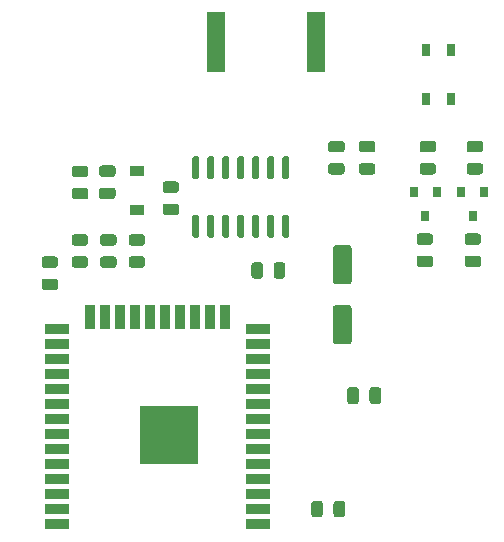
<source format=gtp>
G04 #@! TF.GenerationSoftware,KiCad,Pcbnew,(5.1.9-0-10_14)*
G04 #@! TF.CreationDate,2021-04-14T10:29:31+02:00*
G04 #@! TF.ProjectId,ithowifi_4l,6974686f-7769-4666-995f-346c2e6b6963,rev?*
G04 #@! TF.SameCoordinates,Original*
G04 #@! TF.FileFunction,Paste,Top*
G04 #@! TF.FilePolarity,Positive*
%FSLAX46Y46*%
G04 Gerber Fmt 4.6, Leading zero omitted, Abs format (unit mm)*
G04 Created by KiCad (PCBNEW (5.1.9-0-10_14)) date 2021-04-14 10:29:31*
%MOMM*%
%LPD*%
G01*
G04 APERTURE LIST*
%ADD10R,0.650000X1.050000*%
%ADD11R,2.000000X0.900000*%
%ADD12R,0.900000X2.000000*%
%ADD13R,5.000000X5.000000*%
%ADD14R,1.200000X0.900000*%
%ADD15R,1.500000X5.080000*%
%ADD16R,0.800000X0.900000*%
G04 APERTURE END LIST*
G36*
G01*
X113032000Y-137293000D02*
X113032000Y-138243000D01*
G75*
G02*
X112782000Y-138493000I-250000J0D01*
G01*
X112282000Y-138493000D01*
G75*
G02*
X112032000Y-138243000I0J250000D01*
G01*
X112032000Y-137293000D01*
G75*
G02*
X112282000Y-137043000I250000J0D01*
G01*
X112782000Y-137043000D01*
G75*
G02*
X113032000Y-137293000I0J-250000D01*
G01*
G37*
G36*
G01*
X114932000Y-137293000D02*
X114932000Y-138243000D01*
G75*
G02*
X114682000Y-138493000I-250000J0D01*
G01*
X114182000Y-138493000D01*
G75*
G02*
X113932000Y-138243000I0J250000D01*
G01*
X113932000Y-137293000D01*
G75*
G02*
X114182000Y-137043000I250000J0D01*
G01*
X114682000Y-137043000D01*
G75*
G02*
X114932000Y-137293000I0J-250000D01*
G01*
G37*
D10*
X120832000Y-108468000D03*
X120832000Y-112618000D03*
X118682000Y-108468000D03*
X118682000Y-112618000D03*
G36*
G01*
X112182000Y-128355500D02*
X111082000Y-128355500D01*
G75*
G02*
X110832000Y-128105500I0J250000D01*
G01*
X110832000Y-125280500D01*
G75*
G02*
X111082000Y-125030500I250000J0D01*
G01*
X112182000Y-125030500D01*
G75*
G02*
X112432000Y-125280500I0J-250000D01*
G01*
X112432000Y-128105500D01*
G75*
G02*
X112182000Y-128355500I-250000J0D01*
G01*
G37*
G36*
G01*
X112182000Y-133430500D02*
X111082000Y-133430500D01*
G75*
G02*
X110832000Y-133180500I0J250000D01*
G01*
X110832000Y-130355500D01*
G75*
G02*
X111082000Y-130105500I250000J0D01*
G01*
X112182000Y-130105500D01*
G75*
G02*
X112432000Y-130355500I0J-250000D01*
G01*
X112432000Y-133180500D01*
G75*
G02*
X112182000Y-133430500I-250000J0D01*
G01*
G37*
G36*
G01*
X99372600Y-124416000D02*
X99072600Y-124416000D01*
G75*
G02*
X98922600Y-124266000I0J150000D01*
G01*
X98922600Y-122616000D01*
G75*
G02*
X99072600Y-122466000I150000J0D01*
G01*
X99372600Y-122466000D01*
G75*
G02*
X99522600Y-122616000I0J-150000D01*
G01*
X99522600Y-124266000D01*
G75*
G02*
X99372600Y-124416000I-150000J0D01*
G01*
G37*
G36*
G01*
X100642600Y-124416000D02*
X100342600Y-124416000D01*
G75*
G02*
X100192600Y-124266000I0J150000D01*
G01*
X100192600Y-122616000D01*
G75*
G02*
X100342600Y-122466000I150000J0D01*
G01*
X100642600Y-122466000D01*
G75*
G02*
X100792600Y-122616000I0J-150000D01*
G01*
X100792600Y-124266000D01*
G75*
G02*
X100642600Y-124416000I-150000J0D01*
G01*
G37*
G36*
G01*
X101912600Y-124416000D02*
X101612600Y-124416000D01*
G75*
G02*
X101462600Y-124266000I0J150000D01*
G01*
X101462600Y-122616000D01*
G75*
G02*
X101612600Y-122466000I150000J0D01*
G01*
X101912600Y-122466000D01*
G75*
G02*
X102062600Y-122616000I0J-150000D01*
G01*
X102062600Y-124266000D01*
G75*
G02*
X101912600Y-124416000I-150000J0D01*
G01*
G37*
G36*
G01*
X103182600Y-124416000D02*
X102882600Y-124416000D01*
G75*
G02*
X102732600Y-124266000I0J150000D01*
G01*
X102732600Y-122616000D01*
G75*
G02*
X102882600Y-122466000I150000J0D01*
G01*
X103182600Y-122466000D01*
G75*
G02*
X103332600Y-122616000I0J-150000D01*
G01*
X103332600Y-124266000D01*
G75*
G02*
X103182600Y-124416000I-150000J0D01*
G01*
G37*
G36*
G01*
X104452600Y-124416000D02*
X104152600Y-124416000D01*
G75*
G02*
X104002600Y-124266000I0J150000D01*
G01*
X104002600Y-122616000D01*
G75*
G02*
X104152600Y-122466000I150000J0D01*
G01*
X104452600Y-122466000D01*
G75*
G02*
X104602600Y-122616000I0J-150000D01*
G01*
X104602600Y-124266000D01*
G75*
G02*
X104452600Y-124416000I-150000J0D01*
G01*
G37*
G36*
G01*
X105722600Y-124416000D02*
X105422600Y-124416000D01*
G75*
G02*
X105272600Y-124266000I0J150000D01*
G01*
X105272600Y-122616000D01*
G75*
G02*
X105422600Y-122466000I150000J0D01*
G01*
X105722600Y-122466000D01*
G75*
G02*
X105872600Y-122616000I0J-150000D01*
G01*
X105872600Y-124266000D01*
G75*
G02*
X105722600Y-124416000I-150000J0D01*
G01*
G37*
G36*
G01*
X106992600Y-124416000D02*
X106692600Y-124416000D01*
G75*
G02*
X106542600Y-124266000I0J150000D01*
G01*
X106542600Y-122616000D01*
G75*
G02*
X106692600Y-122466000I150000J0D01*
G01*
X106992600Y-122466000D01*
G75*
G02*
X107142600Y-122616000I0J-150000D01*
G01*
X107142600Y-124266000D01*
G75*
G02*
X106992600Y-124416000I-150000J0D01*
G01*
G37*
G36*
G01*
X106992600Y-119466000D02*
X106692600Y-119466000D01*
G75*
G02*
X106542600Y-119316000I0J150000D01*
G01*
X106542600Y-117666000D01*
G75*
G02*
X106692600Y-117516000I150000J0D01*
G01*
X106992600Y-117516000D01*
G75*
G02*
X107142600Y-117666000I0J-150000D01*
G01*
X107142600Y-119316000D01*
G75*
G02*
X106992600Y-119466000I-150000J0D01*
G01*
G37*
G36*
G01*
X105722600Y-119466000D02*
X105422600Y-119466000D01*
G75*
G02*
X105272600Y-119316000I0J150000D01*
G01*
X105272600Y-117666000D01*
G75*
G02*
X105422600Y-117516000I150000J0D01*
G01*
X105722600Y-117516000D01*
G75*
G02*
X105872600Y-117666000I0J-150000D01*
G01*
X105872600Y-119316000D01*
G75*
G02*
X105722600Y-119466000I-150000J0D01*
G01*
G37*
G36*
G01*
X104452600Y-119466000D02*
X104152600Y-119466000D01*
G75*
G02*
X104002600Y-119316000I0J150000D01*
G01*
X104002600Y-117666000D01*
G75*
G02*
X104152600Y-117516000I150000J0D01*
G01*
X104452600Y-117516000D01*
G75*
G02*
X104602600Y-117666000I0J-150000D01*
G01*
X104602600Y-119316000D01*
G75*
G02*
X104452600Y-119466000I-150000J0D01*
G01*
G37*
G36*
G01*
X103182600Y-119466000D02*
X102882600Y-119466000D01*
G75*
G02*
X102732600Y-119316000I0J150000D01*
G01*
X102732600Y-117666000D01*
G75*
G02*
X102882600Y-117516000I150000J0D01*
G01*
X103182600Y-117516000D01*
G75*
G02*
X103332600Y-117666000I0J-150000D01*
G01*
X103332600Y-119316000D01*
G75*
G02*
X103182600Y-119466000I-150000J0D01*
G01*
G37*
G36*
G01*
X101912600Y-119466000D02*
X101612600Y-119466000D01*
G75*
G02*
X101462600Y-119316000I0J150000D01*
G01*
X101462600Y-117666000D01*
G75*
G02*
X101612600Y-117516000I150000J0D01*
G01*
X101912600Y-117516000D01*
G75*
G02*
X102062600Y-117666000I0J-150000D01*
G01*
X102062600Y-119316000D01*
G75*
G02*
X101912600Y-119466000I-150000J0D01*
G01*
G37*
G36*
G01*
X100642600Y-119466000D02*
X100342600Y-119466000D01*
G75*
G02*
X100192600Y-119316000I0J150000D01*
G01*
X100192600Y-117666000D01*
G75*
G02*
X100342600Y-117516000I150000J0D01*
G01*
X100642600Y-117516000D01*
G75*
G02*
X100792600Y-117666000I0J-150000D01*
G01*
X100792600Y-119316000D01*
G75*
G02*
X100642600Y-119466000I-150000J0D01*
G01*
G37*
G36*
G01*
X99372600Y-119466000D02*
X99072600Y-119466000D01*
G75*
G02*
X98922600Y-119316000I0J150000D01*
G01*
X98922600Y-117666000D01*
G75*
G02*
X99072600Y-117516000I150000J0D01*
G01*
X99372600Y-117516000D01*
G75*
G02*
X99522600Y-117666000I0J-150000D01*
G01*
X99522600Y-119316000D01*
G75*
G02*
X99372600Y-119466000I-150000J0D01*
G01*
G37*
D11*
X87477600Y-148615400D03*
X87477600Y-147345400D03*
X87477600Y-146075400D03*
X87477600Y-144805400D03*
X87477600Y-143535400D03*
X87477600Y-142265400D03*
X87477600Y-140995400D03*
X87477600Y-139725400D03*
X87477600Y-138455400D03*
X87477600Y-137185400D03*
X87477600Y-135915400D03*
X87477600Y-134645400D03*
X87477600Y-133375400D03*
X87477600Y-132105400D03*
D12*
X90262600Y-131105400D03*
X91532600Y-131105400D03*
X92802600Y-131105400D03*
X94072600Y-131105400D03*
X95342600Y-131105400D03*
X96612600Y-131105400D03*
X97882600Y-131105400D03*
X99152600Y-131105400D03*
X100422600Y-131105400D03*
X101692600Y-131105400D03*
D11*
X104477600Y-132105400D03*
X104477600Y-133375400D03*
X104477600Y-134645400D03*
X104477600Y-135915400D03*
X104477600Y-137185400D03*
X104477600Y-138455400D03*
X104477600Y-139725400D03*
X104477600Y-140995400D03*
X104477600Y-142265400D03*
X104477600Y-143535400D03*
X104477600Y-144805400D03*
X104477600Y-146075400D03*
X104477600Y-147345400D03*
X104477600Y-148615400D03*
D13*
X96977600Y-141115400D03*
G36*
G01*
X105819500Y-127624250D02*
X105819500Y-126711750D01*
G75*
G02*
X106063250Y-126468000I243750J0D01*
G01*
X106550750Y-126468000D01*
G75*
G02*
X106794500Y-126711750I0J-243750D01*
G01*
X106794500Y-127624250D01*
G75*
G02*
X106550750Y-127868000I-243750J0D01*
G01*
X106063250Y-127868000D01*
G75*
G02*
X105819500Y-127624250I0J243750D01*
G01*
G37*
G36*
G01*
X103944500Y-127624250D02*
X103944500Y-126711750D01*
G75*
G02*
X104188250Y-126468000I243750J0D01*
G01*
X104675750Y-126468000D01*
G75*
G02*
X104919500Y-126711750I0J-243750D01*
G01*
X104919500Y-127624250D01*
G75*
G02*
X104675750Y-127868000I-243750J0D01*
G01*
X104188250Y-127868000D01*
G75*
G02*
X103944500Y-127624250I0J243750D01*
G01*
G37*
G36*
G01*
X87324250Y-126954100D02*
X86411750Y-126954100D01*
G75*
G02*
X86168000Y-126710350I0J243750D01*
G01*
X86168000Y-126222850D01*
G75*
G02*
X86411750Y-125979100I243750J0D01*
G01*
X87324250Y-125979100D01*
G75*
G02*
X87568000Y-126222850I0J-243750D01*
G01*
X87568000Y-126710350D01*
G75*
G02*
X87324250Y-126954100I-243750J0D01*
G01*
G37*
G36*
G01*
X87324250Y-128829100D02*
X86411750Y-128829100D01*
G75*
G02*
X86168000Y-128585350I0J243750D01*
G01*
X86168000Y-128097850D01*
G75*
G02*
X86411750Y-127854100I243750J0D01*
G01*
X87324250Y-127854100D01*
G75*
G02*
X87568000Y-128097850I0J-243750D01*
G01*
X87568000Y-128585350D01*
G75*
G02*
X87324250Y-128829100I-243750J0D01*
G01*
G37*
G36*
G01*
X88951750Y-125974500D02*
X89864250Y-125974500D01*
G75*
G02*
X90108000Y-126218250I0J-243750D01*
G01*
X90108000Y-126705750D01*
G75*
G02*
X89864250Y-126949500I-243750J0D01*
G01*
X88951750Y-126949500D01*
G75*
G02*
X88708000Y-126705750I0J243750D01*
G01*
X88708000Y-126218250D01*
G75*
G02*
X88951750Y-125974500I243750J0D01*
G01*
G37*
G36*
G01*
X88951750Y-124099500D02*
X89864250Y-124099500D01*
G75*
G02*
X90108000Y-124343250I0J-243750D01*
G01*
X90108000Y-124830750D01*
G75*
G02*
X89864250Y-125074500I-243750J0D01*
G01*
X88951750Y-125074500D01*
G75*
G02*
X88708000Y-124830750I0J243750D01*
G01*
X88708000Y-124343250D01*
G75*
G02*
X88951750Y-124099500I243750J0D01*
G01*
G37*
G36*
G01*
X94690250Y-125074500D02*
X93777750Y-125074500D01*
G75*
G02*
X93534000Y-124830750I0J243750D01*
G01*
X93534000Y-124343250D01*
G75*
G02*
X93777750Y-124099500I243750J0D01*
G01*
X94690250Y-124099500D01*
G75*
G02*
X94934000Y-124343250I0J-243750D01*
G01*
X94934000Y-124830750D01*
G75*
G02*
X94690250Y-125074500I-243750J0D01*
G01*
G37*
G36*
G01*
X94690250Y-126949500D02*
X93777750Y-126949500D01*
G75*
G02*
X93534000Y-126705750I0J243750D01*
G01*
X93534000Y-126218250D01*
G75*
G02*
X93777750Y-125974500I243750J0D01*
G01*
X94690250Y-125974500D01*
G75*
G02*
X94934000Y-126218250I0J-243750D01*
G01*
X94934000Y-126705750D01*
G75*
G02*
X94690250Y-126949500I-243750J0D01*
G01*
G37*
G36*
G01*
X89888250Y-119280500D02*
X88975750Y-119280500D01*
G75*
G02*
X88732000Y-119036750I0J243750D01*
G01*
X88732000Y-118549250D01*
G75*
G02*
X88975750Y-118305500I243750J0D01*
G01*
X89888250Y-118305500D01*
G75*
G02*
X90132000Y-118549250I0J-243750D01*
G01*
X90132000Y-119036750D01*
G75*
G02*
X89888250Y-119280500I-243750J0D01*
G01*
G37*
G36*
G01*
X89888250Y-121155500D02*
X88975750Y-121155500D01*
G75*
G02*
X88732000Y-120911750I0J243750D01*
G01*
X88732000Y-120424250D01*
G75*
G02*
X88975750Y-120180500I243750J0D01*
G01*
X89888250Y-120180500D01*
G75*
G02*
X90132000Y-120424250I0J-243750D01*
G01*
X90132000Y-120911750D01*
G75*
G02*
X89888250Y-121155500I-243750J0D01*
G01*
G37*
D14*
X94232000Y-122068000D03*
X94232000Y-118768000D03*
G36*
G01*
X110886900Y-147827050D02*
X110886900Y-146914550D01*
G75*
G02*
X111130650Y-146670800I243750J0D01*
G01*
X111618150Y-146670800D01*
G75*
G02*
X111861900Y-146914550I0J-243750D01*
G01*
X111861900Y-147827050D01*
G75*
G02*
X111618150Y-148070800I-243750J0D01*
G01*
X111130650Y-148070800D01*
G75*
G02*
X110886900Y-147827050I0J243750D01*
G01*
G37*
G36*
G01*
X109011900Y-147827050D02*
X109011900Y-146914550D01*
G75*
G02*
X109255650Y-146670800I243750J0D01*
G01*
X109743150Y-146670800D01*
G75*
G02*
X109986900Y-146914550I0J-243750D01*
G01*
X109986900Y-147827050D01*
G75*
G02*
X109743150Y-148070800I-243750J0D01*
G01*
X109255650Y-148070800D01*
G75*
G02*
X109011900Y-147827050I0J243750D01*
G01*
G37*
G36*
G01*
X92188250Y-119255500D02*
X91275750Y-119255500D01*
G75*
G02*
X91032000Y-119011750I0J243750D01*
G01*
X91032000Y-118524250D01*
G75*
G02*
X91275750Y-118280500I243750J0D01*
G01*
X92188250Y-118280500D01*
G75*
G02*
X92432000Y-118524250I0J-243750D01*
G01*
X92432000Y-119011750D01*
G75*
G02*
X92188250Y-119255500I-243750J0D01*
G01*
G37*
G36*
G01*
X92188250Y-121130500D02*
X91275750Y-121130500D01*
G75*
G02*
X91032000Y-120886750I0J243750D01*
G01*
X91032000Y-120399250D01*
G75*
G02*
X91275750Y-120155500I243750J0D01*
G01*
X92188250Y-120155500D01*
G75*
G02*
X92432000Y-120399250I0J-243750D01*
G01*
X92432000Y-120886750D01*
G75*
G02*
X92188250Y-121130500I-243750J0D01*
G01*
G37*
D15*
X100931400Y-107848400D03*
X109431400Y-107848400D03*
G36*
G01*
X110675750Y-118080500D02*
X111588250Y-118080500D01*
G75*
G02*
X111832000Y-118324250I0J-243750D01*
G01*
X111832000Y-118811750D01*
G75*
G02*
X111588250Y-119055500I-243750J0D01*
G01*
X110675750Y-119055500D01*
G75*
G02*
X110432000Y-118811750I0J243750D01*
G01*
X110432000Y-118324250D01*
G75*
G02*
X110675750Y-118080500I243750J0D01*
G01*
G37*
G36*
G01*
X110675750Y-116205500D02*
X111588250Y-116205500D01*
G75*
G02*
X111832000Y-116449250I0J-243750D01*
G01*
X111832000Y-116936750D01*
G75*
G02*
X111588250Y-117180500I-243750J0D01*
G01*
X110675750Y-117180500D01*
G75*
G02*
X110432000Y-116936750I0J243750D01*
G01*
X110432000Y-116449250D01*
G75*
G02*
X110675750Y-116205500I243750J0D01*
G01*
G37*
G36*
G01*
X92277250Y-126949500D02*
X91364750Y-126949500D01*
G75*
G02*
X91121000Y-126705750I0J243750D01*
G01*
X91121000Y-126218250D01*
G75*
G02*
X91364750Y-125974500I243750J0D01*
G01*
X92277250Y-125974500D01*
G75*
G02*
X92521000Y-126218250I0J-243750D01*
G01*
X92521000Y-126705750D01*
G75*
G02*
X92277250Y-126949500I-243750J0D01*
G01*
G37*
G36*
G01*
X92277250Y-125074500D02*
X91364750Y-125074500D01*
G75*
G02*
X91121000Y-124830750I0J243750D01*
G01*
X91121000Y-124343250D01*
G75*
G02*
X91364750Y-124099500I243750J0D01*
G01*
X92277250Y-124099500D01*
G75*
G02*
X92521000Y-124343250I0J-243750D01*
G01*
X92521000Y-124830750D01*
G75*
G02*
X92277250Y-125074500I-243750J0D01*
G01*
G37*
G36*
G01*
X113275750Y-118080500D02*
X114188250Y-118080500D01*
G75*
G02*
X114432000Y-118324250I0J-243750D01*
G01*
X114432000Y-118811750D01*
G75*
G02*
X114188250Y-119055500I-243750J0D01*
G01*
X113275750Y-119055500D01*
G75*
G02*
X113032000Y-118811750I0J243750D01*
G01*
X113032000Y-118324250D01*
G75*
G02*
X113275750Y-118080500I243750J0D01*
G01*
G37*
G36*
G01*
X113275750Y-116205500D02*
X114188250Y-116205500D01*
G75*
G02*
X114432000Y-116449250I0J-243750D01*
G01*
X114432000Y-116936750D01*
G75*
G02*
X114188250Y-117180500I-243750J0D01*
G01*
X113275750Y-117180500D01*
G75*
G02*
X113032000Y-116936750I0J243750D01*
G01*
X113032000Y-116449250D01*
G75*
G02*
X113275750Y-116205500I243750J0D01*
G01*
G37*
G36*
G01*
X118161750Y-125911000D02*
X119074250Y-125911000D01*
G75*
G02*
X119318000Y-126154750I0J-243750D01*
G01*
X119318000Y-126642250D01*
G75*
G02*
X119074250Y-126886000I-243750J0D01*
G01*
X118161750Y-126886000D01*
G75*
G02*
X117918000Y-126642250I0J243750D01*
G01*
X117918000Y-126154750D01*
G75*
G02*
X118161750Y-125911000I243750J0D01*
G01*
G37*
G36*
G01*
X118161750Y-124036000D02*
X119074250Y-124036000D01*
G75*
G02*
X119318000Y-124279750I0J-243750D01*
G01*
X119318000Y-124767250D01*
G75*
G02*
X119074250Y-125011000I-243750J0D01*
G01*
X118161750Y-125011000D01*
G75*
G02*
X117918000Y-124767250I0J243750D01*
G01*
X117918000Y-124279750D01*
G75*
G02*
X118161750Y-124036000I243750J0D01*
G01*
G37*
G36*
G01*
X122225750Y-125911000D02*
X123138250Y-125911000D01*
G75*
G02*
X123382000Y-126154750I0J-243750D01*
G01*
X123382000Y-126642250D01*
G75*
G02*
X123138250Y-126886000I-243750J0D01*
G01*
X122225750Y-126886000D01*
G75*
G02*
X121982000Y-126642250I0J243750D01*
G01*
X121982000Y-126154750D01*
G75*
G02*
X122225750Y-125911000I243750J0D01*
G01*
G37*
G36*
G01*
X122225750Y-124036000D02*
X123138250Y-124036000D01*
G75*
G02*
X123382000Y-124279750I0J-243750D01*
G01*
X123382000Y-124767250D01*
G75*
G02*
X123138250Y-125011000I-243750J0D01*
G01*
X122225750Y-125011000D01*
G75*
G02*
X121982000Y-124767250I0J243750D01*
G01*
X121982000Y-124279750D01*
G75*
G02*
X122225750Y-124036000I243750J0D01*
G01*
G37*
G36*
G01*
X118415750Y-118074400D02*
X119328250Y-118074400D01*
G75*
G02*
X119572000Y-118318150I0J-243750D01*
G01*
X119572000Y-118805650D01*
G75*
G02*
X119328250Y-119049400I-243750J0D01*
G01*
X118415750Y-119049400D01*
G75*
G02*
X118172000Y-118805650I0J243750D01*
G01*
X118172000Y-118318150D01*
G75*
G02*
X118415750Y-118074400I243750J0D01*
G01*
G37*
G36*
G01*
X118415750Y-116199400D02*
X119328250Y-116199400D01*
G75*
G02*
X119572000Y-116443150I0J-243750D01*
G01*
X119572000Y-116930650D01*
G75*
G02*
X119328250Y-117174400I-243750J0D01*
G01*
X118415750Y-117174400D01*
G75*
G02*
X118172000Y-116930650I0J243750D01*
G01*
X118172000Y-116443150D01*
G75*
G02*
X118415750Y-116199400I243750J0D01*
G01*
G37*
G36*
G01*
X123316050Y-117174400D02*
X122403550Y-117174400D01*
G75*
G02*
X122159800Y-116930650I0J243750D01*
G01*
X122159800Y-116443150D01*
G75*
G02*
X122403550Y-116199400I243750J0D01*
G01*
X123316050Y-116199400D01*
G75*
G02*
X123559800Y-116443150I0J-243750D01*
G01*
X123559800Y-116930650D01*
G75*
G02*
X123316050Y-117174400I-243750J0D01*
G01*
G37*
G36*
G01*
X123316050Y-119049400D02*
X122403550Y-119049400D01*
G75*
G02*
X122159800Y-118805650I0J243750D01*
G01*
X122159800Y-118318150D01*
G75*
G02*
X122403550Y-118074400I243750J0D01*
G01*
X123316050Y-118074400D01*
G75*
G02*
X123559800Y-118318150I0J-243750D01*
G01*
X123559800Y-118805650D01*
G75*
G02*
X123316050Y-119049400I-243750J0D01*
G01*
G37*
G36*
G01*
X97570650Y-122479100D02*
X96658150Y-122479100D01*
G75*
G02*
X96414400Y-122235350I0J243750D01*
G01*
X96414400Y-121747850D01*
G75*
G02*
X96658150Y-121504100I243750J0D01*
G01*
X97570650Y-121504100D01*
G75*
G02*
X97814400Y-121747850I0J-243750D01*
G01*
X97814400Y-122235350D01*
G75*
G02*
X97570650Y-122479100I-243750J0D01*
G01*
G37*
G36*
G01*
X97570650Y-120604100D02*
X96658150Y-120604100D01*
G75*
G02*
X96414400Y-120360350I0J243750D01*
G01*
X96414400Y-119872850D01*
G75*
G02*
X96658150Y-119629100I243750J0D01*
G01*
X97570650Y-119629100D01*
G75*
G02*
X97814400Y-119872850I0J-243750D01*
G01*
X97814400Y-120360350D01*
G75*
G02*
X97570650Y-120604100I-243750J0D01*
G01*
G37*
D16*
X118658600Y-122539000D03*
X117708600Y-120539000D03*
X119608600Y-120539000D03*
X122656600Y-122539000D03*
X121706600Y-120539000D03*
X123606600Y-120539000D03*
M02*

</source>
